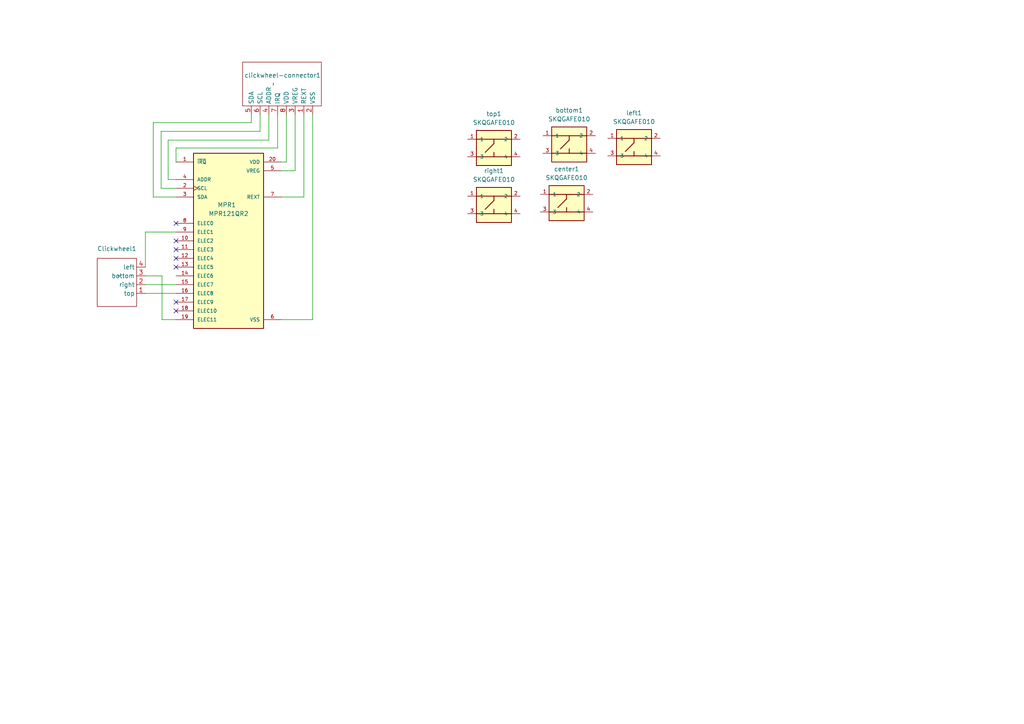
<source format=kicad_sch>
(kicad_sch (version 20230121) (generator eeschema)
  (paper "A4")
  (lib_symbols
    (symbol "openpod:MPR121QR2" (pin_names (offset 1.016))
      (property "Reference" "U" (at -9.9207 26.2009 0))
      (property "Value" "MPR121QR2" (at -9.9235 -27.9895 0))
      (symbol "MPR121QR2_0_0"
        (rectangle (start -10.16 25.4) (end 10.16 -25.4) (stroke (width 0.254)) (fill (type background)))
        (pin input line (at -15.24 22.86 0) (length 5.08) (name "~{IRQ}") (number "1"))
        (pin input line (at -15.24 0 0) (length 5.08) (name "ELEC2") (number "10"))
        (pin input line (at -15.24 -2.54 0) (length 5.08) (name "ELEC3") (number "11"))
        (pin input line (at -15.24 -5.08 0) (length 5.08) (name "ELEC4") (number "12"))
        (pin input line (at -15.24 -7.62 0) (length 5.08) (name "ELEC5") (number "13"))
        (pin input line (at -15.24 -10.16 0) (length 5.08) (name "ELEC6") (number "14"))
        (pin input line (at -15.24 -12.7 0) (length 5.08) (name "ELEC7") (number "15"))
        (pin input line (at -15.24 -15.24 0) (length 5.08) (name "ELEC8") (number "16"))
        (pin input line (at -15.24 -17.78 0) (length 5.08) (name "ELEC9") (number "17"))
        (pin input line (at -15.24 -20.32 0) (length 5.08) (name "ELEC10") (number "18"))
        (pin input line (at -15.24 -22.86 0) (length 5.08) (name "ELEC11") (number "19"))
        (pin input clock (at -15.24 15.24 0) (length 5.08) (name "SCL") (number "2"))
        (pin power_in line (at 15.24 22.86 180) (length 5.08) (name "VDD") (number "20"))
        (pin bidirectional line (at -15.24 12.7 0) (length 5.08) (name "SDA") (number "3"))
        (pin input line (at -15.24 17.78 0) (length 5.08) (name "ADDR") (number "4"))
        (pin power_in line (at 15.24 20.32 180) (length 5.08) (name "VREG") (number "5"))
        (pin power_in line (at 15.24 -22.86 180) (length 5.08) (name "VSS") (number "6"))
        (pin passive line (at 15.24 12.7 180) (length 5.08) (name "REXT") (number "7"))
        (pin input line (at -15.24 5.08 0) (length 5.08) (name "ELEC0") (number "8"))
        (pin input line (at -15.24 2.54 0) (length 5.08) (name "ELEC1") (number "9"))
      )
    )
    (symbol "openpod:SKQGAFE010" (pin_names (offset 1.016))
      (property "Reference" "S" (at -5.0865 5.3408 0))
      (property "Value" "SKQGAFE010" (at -5.0819 -7.6228 0))
      (symbol "SKQGAFE010_0_0"
        (rectangle (start -5.08 -5.08) (end 5.08 5.08) (stroke (width 0.254)) (fill (type background)))
        (polyline (pts (xy -5.08 -2.54) (xy 0 -2.54)) (stroke (width 0.254)))
        (polyline (pts (xy -5.08 2.54) (xy 0 2.54)) (stroke (width 0.254)))
        (polyline (pts (xy 0 -2.54) (xy 0 -1.27)) (stroke (width 0.254)))
        (polyline (pts (xy 0 -2.54) (xy 5.08 -2.54)) (stroke (width 0.254)))
        (polyline (pts (xy 0 1.27) (xy -2.54 -1.27)) (stroke (width 0.254)))
        (polyline (pts (xy 0 2.54) (xy 0 1.27)) (stroke (width 0.254)))
        (polyline (pts (xy 0 2.54) (xy 5.08 2.54)) (stroke (width 0.254)))
        (pin passive line (at -7.62 2.54 0) (length 2.54) (name "1") (number "1"))
        (pin passive line (at 7.62 2.54 180) (length 2.54) (name "2") (number "2"))
        (pin passive line (at -7.62 -2.54 0) (length 2.54) (name "3") (number "3"))
        (pin passive line (at 7.62 -2.54 180) (length 2.54) (name "4") (number "4"))
      )
    )
    (symbol "openpod:clickwheel"
      (property "Reference" "Clickwheel" (at 0 5.08 0))
      (symbol "clickwheel_0_1"
        (rectangle (start -5.08 6.35) (end 6.35 -7.62))
      )
      (symbol "clickwheel_1_1"
        (pin input line (at -7.62 2.54 0) (length 2.54) (name "top") (number "1"))
        (pin input line (at -7.62 0 0) (length 2.54) (name "right") (number "2"))
        (pin input line (at -7.62 -2.54 0) (length 2.54) (name "bottom") (number "3"))
        (pin input line (at -7.62 -5.08 0) (length 2.54) (name "left") (number "4"))
      )
    )
    (symbol "openpod:clickwheel-connector"
      (property "Reference" "clickwheel-connector" (at 1.2838 -2.54 90))
      (symbol "clickwheel-connector_0_1"
        (rectangle (start -6.3362 8.89) (end 6.3638 -13.97))
      )
      (symbol "clickwheel-connector_1_1"
        (pin passive line (at -8.89 -8.89 0) (length 2.54) (name "REXT") (number "1"))
        (pin power_in line (at -8.89 -11.43 0) (length 2.54) (name "VSS") (number "2"))
        (pin input line (at -8.89 -6.35 0) (length 2.54) (name "VREG") (number "3"))
        (pin input line (at -8.89 1.27 0) (length 2.54) (name "ADDR") (number "4"))
        (pin bidirectional line (at -8.89 6.35 0) (length 2.54) (name "SDA") (number "5"))
        (pin input line (at -8.89 3.81 0) (length 2.54) (name "SCL") (number "6"))
        (pin input line (at -8.89 -1.27 0) (length 2.54) (name "IRQ") (number "7"))
        (pin power_in line (at -8.89 -3.81 0) (length 2.54) (name "VDD") (number "8"))
      )
    )
  )
  (no_connect (at 51.054 74.93))
  (no_connect (at 51.054 64.77))
  (no_connect (at 51.054 72.39))
  (no_connect (at 51.054 69.85))
  (no_connect (at 51.054 87.63))
  (no_connect (at 51.054 90.17))
  (no_connect (at 51.054 77.47))
  (wire (pts (xy 90.678 33.274) (xy 90.678 92.71)))
  (wire (pts (xy 72.898 33.274) (xy 72.898 35.56)))
  (wire (pts (xy 46.736 54.61) (xy 46.736 38.1)))
  (wire (pts (xy 75.438 33.274) (xy 75.438 38.1)))
  (wire (pts (xy 42.164 85.09) (xy 51.054 85.09)))
  (wire (pts (xy 85.598 33.274) (xy 85.598 49.53)))
  (wire (pts (xy 80.518 42.926) (xy 51.054 42.926)))
  (wire (pts (xy 42.164 82.55) (xy 51.054 82.55)))
  (wire (pts (xy 42.164 67.31) (xy 51.054 67.31)))
  (wire (pts (xy 85.598 49.53) (xy 81.534 49.53)))
  (wire (pts (xy 90.678 92.71) (xy 81.534 92.71)))
  (wire (pts (xy 42.164 77.47) (xy 42.164 67.31)))
  (wire (pts (xy 51.054 54.61) (xy 46.736 54.61)))
  (wire (pts (xy 83.058 33.274) (xy 83.058 46.99)))
  (wire (pts (xy 83.058 46.99) (xy 81.534 46.99)))
  (wire (pts (xy 48.768 40.64) (xy 48.768 52.07)))
  (wire (pts (xy 46.99 80.01) (xy 42.164 80.01)))
  (wire (pts (xy 44.45 35.56) (xy 44.45 57.15)))
  (wire (pts (xy 46.736 38.1) (xy 75.438 38.1)))
  (wire (pts (xy 48.768 52.07) (xy 51.054 52.07)))
  (wire (pts (xy 51.054 42.926) (xy 51.054 46.99)))
  (wire (pts (xy 46.99 92.71) (xy 46.99 80.01)))
  (wire (pts (xy 81.534 57.15) (xy 88.138 57.15)))
  (wire (pts (xy 77.978 40.64) (xy 48.768 40.64)))
  (wire (pts (xy 51.054 92.71) (xy 46.99 92.71)))
  (wire (pts (xy 88.138 57.15) (xy 88.138 33.274)))
  (wire (pts (xy 44.45 57.15) (xy 51.054 57.15)))
  (wire (pts (xy 80.518 33.274) (xy 80.518 42.926)))
  (wire (pts (xy 77.978 33.274) (xy 77.978 40.64)))
  (wire (pts (xy 72.898 35.56) (xy 44.45 35.56)))
  (symbol (lib_id "openpod:SKQGAFE010") (at 143.256 42.926 0) (unit 1)
    (property "Reference" "top1" (at 143.256 33.02 0))
    (property "Value" "SKQGAFE010" (at 143.256 35.56 0))
    (property "Footprint" "openpod:SW_SKQGAFE010" (effects hide))
    (property "Datasheet" "https://eu.mouser.com/datasheet/2/15/SKQG-1155865.pdf" (effects hide))
    (property "Manufacturer" "Alps Alpine" (effects hide))
    (property "Part number" "SKQGAFE010" (effects hide))
    (property "Supplier" "DigiKey" (effects hide))
    (property "Supplier Part number" "4809-SKQGAFE010TR-ND" (effects hide))
    (property "Description" "\n                        \n                            Switch Tactile N.O. SPST Button Gull Wing 0.05A 12VDC 0.98N SMD T/R\n                        \n" (effects hide))
  )
  (symbol (lib_id "openpod:SKQGAFE010") (at 164.338 58.928 0) (unit 1)
    (property "Reference" "center1" (at 164.338 49.022 0))
    (property "Value" "SKQGAFE010" (at 164.338 51.562 0))
    (property "Footprint" "openpod:SW_SKQGAFE010" (effects hide))
    (property "Datasheet" "https://eu.mouser.com/datasheet/2/15/SKQG-1155865.pdf" (effects hide))
    (property "Manufacturer" "Alps Alpine" (effects hide))
    (property "Part number" "SKQGAFE010" (effects hide))
    (property "Supplier" "DigiKey" (effects hide))
    (property "Supplier Part number" "4809-SKQGAFE010TR-ND" (effects hide))
    (property "Description" "\n                        \n                            Switch Tactile N.O. SPST Button Gull Wing 0.05A 12VDC 0.98N SMD T/R\n                        \n" (effects hide))
  )
  (symbol (lib_id "openpod:SKQGAFE010") (at 165.1 41.91 0) (unit 1)
    (property "Reference" "bottom1" (at 165.1 32.004 0))
    (property "Value" "SKQGAFE010" (at 165.1 34.544 0))
    (property "Footprint" "openpod:SW_SKQGAFE010" (effects hide))
    (property "Datasheet" "https://eu.mouser.com/datasheet/2/15/SKQG-1155865.pdf" (effects hide))
    (property "Manufacturer" "Alps Alpine" (effects hide))
    (property "Part number" "SKQGAFE010" (effects hide))
    (property "Supplier" "DigiKey" (effects hide))
    (property "Supplier Part number" "4809-SKQGAFE010TR-ND" (effects hide))
    (property "Description" "\n                        \n                            Switch Tactile N.O. SPST Button Gull Wing 0.05A 12VDC 0.98N SMD T/R\n                        \n" (effects hide))
  )
  (symbol (lib_id "openpod:clickwheel-connector") (at 79.248 24.384 90) (unit 1)
    (property "Reference" "clickwheel-connector1" (at 70.866 21.844 90) (effects (justify right)))
    (property "Value" "~" (at 79.248 24.384 0))
    (property "Footprint" "Connector_FFC-FPC:Hirose_FH12-8S-0.5SH_1x08-1MP_P0.50mm_Horizontal" (effects hide))
    (property "Datasheet" "https://www.mouser.fr/datasheet/2/185/FH12_8S_0_5SH_55__CL0586_0744_5_55_2DDrawing_00009-1614795.pdf" (effects hide))
    (property "Manufacturer" "Hirose" (effects hide))
    (property "Part number" "FH12-8S-0.5SH(55)" (effects hide))
    (property "Supplier" "DigiKey" (effects hide))
    (property "Supplier Part number" "H124618TR-ND" (effects hide))
  )
  (symbol (lib_id "openpod:clickwheel") (at 34.544 82.55 180) (unit 1)
    (property "Reference" "Clickwheel1" (at 33.909 72.136 0))
    (property "Value" "~" (at 34.544 80.01 0))
    (property "Footprint" "openpod:clickwheel_1" (effects hide))
  )
  (symbol (lib_id "openpod:SKQGAFE010") (at 183.896 42.672 0) (unit 1)
    (property "Reference" "left1" (at 183.896 32.766 0))
    (property "Value" "SKQGAFE010" (at 183.896 35.306 0))
    (property "Footprint" "openpod:SW_SKQGAFE010" (effects hide))
    (property "Datasheet" "https://eu.mouser.com/datasheet/2/15/SKQG-1155865.pdf" (effects hide))
    (property "Manufacturer" "Alps Alpine" (effects hide))
    (property "Part number" "SKQGAFE010" (effects hide))
    (property "Supplier" "DigiKey" (effects hide))
    (property "Supplier Part number" "4809-SKQGAFE010TR-ND" (effects hide))
    (property "Description" "\n                        \n                            Switch Tactile N.O. SPST Button Gull Wing 0.05A 12VDC 0.98N SMD T/R\n                        \n" (effects hide))
  )
  (symbol (lib_id "openpod:SKQGAFE010") (at 143.256 59.436 0) (unit 1)
    (property "Reference" "right1" (at 143.256 49.53 0))
    (property "Value" "SKQGAFE010" (at 143.256 52.07 0))
    (property "Footprint" "openpod:SW_SKQGAFE010" (effects hide))
    (property "Datasheet" "https://eu.mouser.com/datasheet/2/15/SKQG-1155865.pdf" (effects hide))
    (property "Manufacturer" "Alps Alpine" (effects hide))
    (property "Part number" "SKQGAFE010" (effects hide))
    (property "Supplier" "DigiKey" (effects hide))
    (property "Supplier Part number" "4809-SKQGAFE010TR-ND" (effects hide))
    (property "Description" "\n                        \n                            Switch Tactile N.O. SPST Button Gull Wing 0.05A 12VDC 0.98N SMD T/R\n                        \n" (effects hide))
  )
  (symbol (lib_id "openpod:MPR121QR2") (at 66.294 69.85 0) (unit 1)
    (property "Reference" "MPR1" (at 65.786 59.436 0))
    (property "Value" "MPR121QR2" (at 66.294 61.976 0))
    (property "Footprint" "openpod:mpr121qr2" (effects hide))
    (property "Datasheet" "https://cdn.sparkfun.com/assets/8/5/c/b/6/MPR121.pdf" (effects hide))
    (property "Description" "\n                        \n                            Capacitive Touch Buttons, Slider, Wheel 20-QFN (3x3)\n                        \n" (effects hide))
  )
)
</source>
